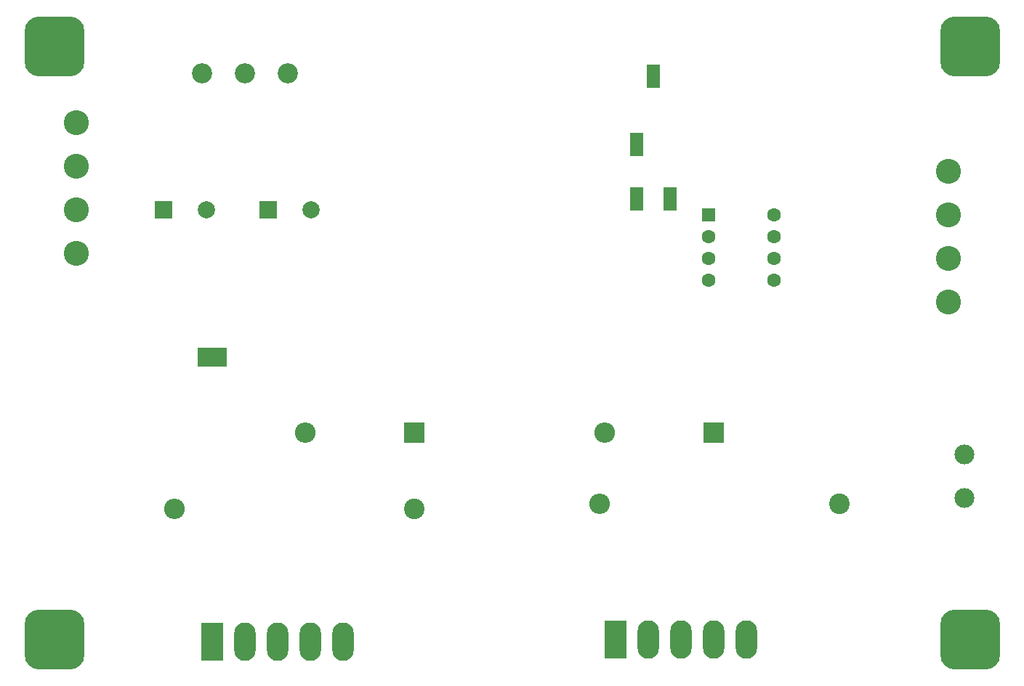
<source format=gbr>
%TF.GenerationSoftware,KiCad,Pcbnew,9.0.0*%
%TF.CreationDate,2025-04-04T13:00:49-06:00*%
%TF.ProjectId,High Power Class AB,48696768-2050-46f7-9765-7220436c6173,rev?*%
%TF.SameCoordinates,Original*%
%TF.FileFunction,Soldermask,Bot*%
%TF.FilePolarity,Negative*%
%FSLAX46Y46*%
G04 Gerber Fmt 4.6, Leading zero omitted, Abs format (unit mm)*
G04 Created by KiCad (PCBNEW 9.0.0) date 2025-04-04 13:00:49*
%MOMM*%
%LPD*%
G01*
G04 APERTURE LIST*
G04 Aperture macros list*
%AMRoundRect*
0 Rectangle with rounded corners*
0 $1 Rounding radius*
0 $2 $3 $4 $5 $6 $7 $8 $9 X,Y pos of 4 corners*
0 Add a 4 corners polygon primitive as box body*
4,1,4,$2,$3,$4,$5,$6,$7,$8,$9,$2,$3,0*
0 Add four circle primitives for the rounded corners*
1,1,$1+$1,$2,$3*
1,1,$1+$1,$4,$5*
1,1,$1+$1,$6,$7*
1,1,$1+$1,$8,$9*
0 Add four rect primitives between the rounded corners*
20,1,$1+$1,$2,$3,$4,$5,0*
20,1,$1+$1,$4,$5,$6,$7,0*
20,1,$1+$1,$6,$7,$8,$9,0*
20,1,$1+$1,$8,$9,$2,$3,0*%
G04 Aperture macros list end*
%ADD10R,2.000000X2.000000*%
%ADD11C,2.000000*%
%ADD12C,2.921000*%
%ADD13RoundRect,1.746250X-1.746250X-1.746250X1.746250X-1.746250X1.746250X1.746250X-1.746250X1.746250X0*%
%ADD14R,1.524000X2.692400*%
%ADD15R,2.400000X2.400000*%
%ADD16O,2.400000X2.400000*%
%ADD17C,2.400000*%
%ADD18C,2.311400*%
%ADD19R,3.500000X2.300000*%
%ADD20R,2.500000X4.500000*%
%ADD21O,2.500000X4.500000*%
%ADD22RoundRect,0.250000X-0.550000X-0.550000X0.550000X-0.550000X0.550000X0.550000X-0.550000X0.550000X0*%
%ADD23C,1.600000*%
%ADD24C,2.340000*%
G04 APERTURE END LIST*
D10*
%TO.C,C6*%
X100502323Y-86360000D03*
D11*
X105502323Y-86360000D03*
%TD*%
D12*
%TO.C,J4*%
X179705000Y-81915000D03*
X179705000Y-86995000D03*
X179705000Y-92075000D03*
X179705000Y-97155000D03*
%TD*%
D13*
%TO.C,REF\u002A\u002A*%
X182245000Y-136525000D03*
%TD*%
D12*
%TO.C,J2*%
X78105000Y-91440000D03*
X78105000Y-86360000D03*
X78105000Y-81280000D03*
X78105000Y-76200000D03*
%TD*%
D14*
%TO.C,J1*%
X143357600Y-78740000D03*
X147320000Y-85090000D03*
X145338800Y-70840600D03*
X143357600Y-85090000D03*
%TD*%
D15*
%TO.C,D2*%
X152400000Y-112395000D03*
D16*
X139700000Y-112395000D03*
%TD*%
D17*
%TO.C,R7*%
X117475000Y-121285000D03*
D16*
X89535000Y-121285000D03*
%TD*%
D18*
%TO.C,J3*%
X181610000Y-120015000D03*
X181610000Y-114935000D03*
%TD*%
D19*
%TO.C,U1*%
X93980000Y-103570000D03*
%TD*%
D20*
%TO.C,Q3*%
X140970000Y-136525000D03*
D21*
X144780000Y-136525000D03*
X148590000Y-136525000D03*
X152400000Y-136525000D03*
X156210000Y-136525000D03*
%TD*%
D13*
%TO.C,REF\u002A\u002A*%
X182245000Y-67310000D03*
%TD*%
D22*
%TO.C,U2*%
X151765000Y-86995000D03*
D23*
X151765000Y-89535000D03*
X151765000Y-92075000D03*
X151765000Y-94615000D03*
X159385000Y-94615000D03*
X159385000Y-92075000D03*
X159385000Y-89535000D03*
X159385000Y-86995000D03*
%TD*%
D13*
%TO.C,REF\u002A\u002A*%
X75565000Y-136525000D03*
%TD*%
D20*
%TO.C,Q2*%
X93980000Y-136735000D03*
D21*
X97790000Y-136735000D03*
X101600000Y-136735000D03*
X105410000Y-136735000D03*
X109220000Y-136735000D03*
%TD*%
D24*
%TO.C,RV1*%
X102790000Y-70485000D03*
X97790000Y-70485000D03*
X92790000Y-70485000D03*
%TD*%
D10*
%TO.C,C2*%
X88265000Y-86360000D03*
D11*
X93265000Y-86360000D03*
%TD*%
D13*
%TO.C,REF\u002A\u002A*%
X75565000Y-67310000D03*
%TD*%
D17*
%TO.C,R8*%
X167005000Y-120650000D03*
D16*
X139065000Y-120650000D03*
%TD*%
D15*
%TO.C,D1*%
X117475000Y-112395000D03*
D16*
X104775000Y-112395000D03*
%TD*%
M02*

</source>
